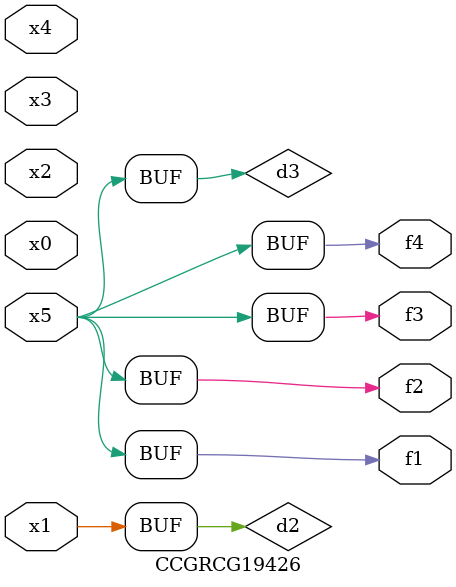
<source format=v>
module CCGRCG19426(
	input x0, x1, x2, x3, x4, x5,
	output f1, f2, f3, f4
);

	wire d1, d2, d3;

	not (d1, x5);
	or (d2, x1);
	xnor (d3, d1);
	assign f1 = d3;
	assign f2 = d3;
	assign f3 = d3;
	assign f4 = d3;
endmodule

</source>
